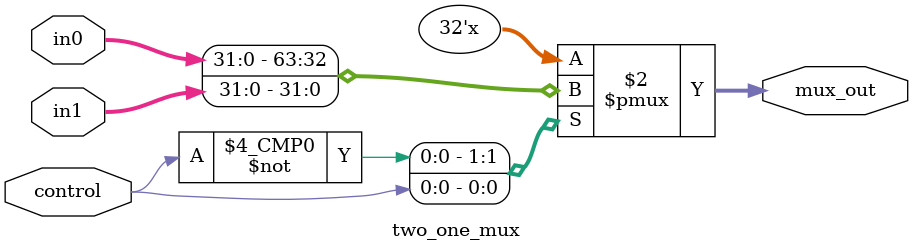
<source format=sv>
module two_one_mux(
    input logic [31: 0] in0,
    input logic [31: 0] in1,
    input logic control,
    output logic [31:0] mux_out
);

    always_comb begin
        case(control)
        1'b0: mux_out = in0;
        1'b1: mux_out = in1;
        default: mux_out = in0;
        endcase
    end

endmodule
</source>
